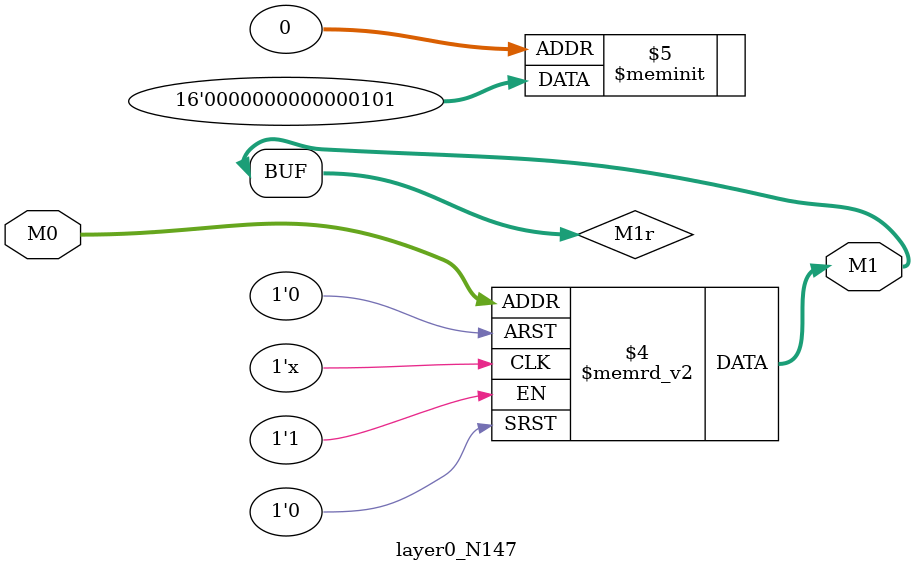
<source format=v>
module layer0_N147 ( input [2:0] M0, output [1:0] M1 );

	(*rom_style = "distributed" *) reg [1:0] M1r;
	assign M1 = M1r;
	always @ (M0) begin
		case (M0)
			3'b000: M1r = 2'b01;
			3'b100: M1r = 2'b00;
			3'b010: M1r = 2'b00;
			3'b110: M1r = 2'b00;
			3'b001: M1r = 2'b01;
			3'b101: M1r = 2'b00;
			3'b011: M1r = 2'b00;
			3'b111: M1r = 2'b00;

		endcase
	end
endmodule

</source>
